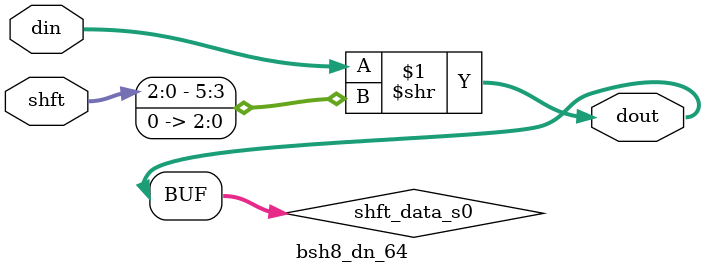
<source format=v>


`timescale 1ns/1ps
// synopsys translate_on


module bsh8_dn_64 (
	shft,		//i
	din,		//i
	dout		//o
);

   input  [2:0]                  shft; 
   input  [63:0]                 din; 
   output [63:0]                 dout; 

   wire [63:0]                   shft_data_s0;

 assign shft_data_s0 = (din >> {shft,3'd0});

//signal remap
 assign dout = shft_data_s0; 

endmodule



</source>
